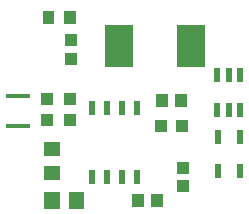
<source format=gtp>
G04 Layer: TopPasteMaskLayer*
G04 EasyEDA v6.4.7, 2020-12-07T01:06:49--5:00*
G04 5e8349f5503448508ce6795c89dbbb90,9f54a757970e4a3cb0a7e8d24ad546a0,10*
G04 Gerber Generator version 0.2*
G04 Scale: 100 percent, Rotated: No, Reflected: No *
G04 Dimensions in millimeters *
G04 leading zeros omitted , absolute positions ,3 integer and 3 decimal *
%FSLAX33Y33*%
%MOMM*%
G90*
D02*

%ADD15R,0.999998X1.099998*%
%ADD17R,1.099998X0.999998*%
%ADD18R,0.599440X1.198880*%
%ADD20R,1.399540X1.300480*%
%ADD21R,0.480060X1.299997*%
%ADD22R,1.999996X0.399999*%

%LPD*%
G36*
G01X15799Y1951D02*
G01X16799Y1951D01*
G01X16799Y851D01*
G01X15799Y851D01*
G01X15799Y1951D01*
G37*
G36*
G01X14199Y1951D02*
G01X15199Y1951D01*
G01X15199Y851D01*
G01X14199Y851D01*
G01X14199Y1951D01*
G37*
G36*
G01X6748Y2099D02*
G01X8049Y2099D01*
G01X8049Y700D01*
G01X6748Y700D01*
G01X6748Y2099D01*
G37*
G36*
G01X8849Y2099D02*
G01X10149Y2099D01*
G01X10149Y700D01*
G01X8849Y700D01*
G01X8849Y2099D01*
G37*
G54D17*
G01X18499Y2599D03*
G01X18499Y4199D03*
G54D18*
G01X21420Y6800D03*
G01X23299Y6800D03*
G01X21420Y3904D03*
G01X23299Y3904D03*
G36*
G01X11924Y16249D02*
G01X14274Y16249D01*
G01X14274Y12749D01*
G01X11924Y12749D01*
G01X11924Y16249D01*
G37*
G36*
G01X17994Y16249D02*
G01X20344Y16249D01*
G01X20344Y12749D01*
G01X17994Y12749D01*
G01X17994Y16249D01*
G37*
G01X21410Y11995D03*
G01X22349Y11995D03*
G01X23289Y11995D03*
G01X21410Y9100D03*
G01X22349Y9100D03*
G01X23289Y9100D03*
G54D20*
G01X7400Y3699D03*
G01X7400Y5799D03*
G54D21*
G01X10795Y3391D03*
G01X12065Y3391D03*
G01X13335Y3391D03*
G01X14605Y3391D03*
G01X14605Y9208D03*
G01X13335Y9208D03*
G01X12065Y9208D03*
G01X10795Y9208D03*
G54D17*
G01X8999Y13399D03*
G01X8999Y14999D03*
G36*
G01X17800Y10449D02*
G01X18800Y10449D01*
G01X18800Y9349D01*
G01X17800Y9349D01*
G01X17800Y10449D01*
G37*
G36*
G01X16200Y10449D02*
G01X17200Y10449D01*
G01X17200Y9349D01*
G01X16200Y9349D01*
G01X16200Y10449D01*
G37*
G01X8899Y8199D03*
G01X8899Y10000D03*
G54D15*
G01X18400Y7700D03*
G01X16599Y7700D03*
G54D17*
G01X6999Y8199D03*
G01X6999Y10000D03*
G36*
G01X6599Y17450D02*
G01X7599Y17450D01*
G01X7599Y16349D01*
G01X6599Y16349D01*
G01X6599Y17450D01*
G37*
G36*
G01X8400Y17450D02*
G01X9400Y17450D01*
G01X9400Y16349D01*
G01X8400Y16349D01*
G01X8400Y17450D01*
G37*
G54D22*
G01X4501Y10301D03*
G01X4501Y7701D03*
M00*
M02*

</source>
